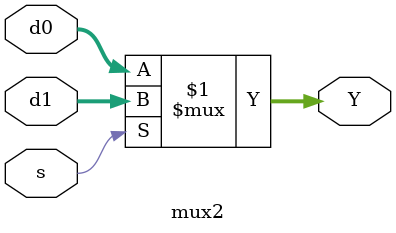
<source format=v>
module mux2 #(parameter WIDTH=32)(
	input [WIDTH-1:0] d0,
	input [WIDTH-1:0] d1,
	input              s,
	output [WIDTH-1:0] Y
);

assign Y = s ? d1 : d0;

endmodule

</source>
